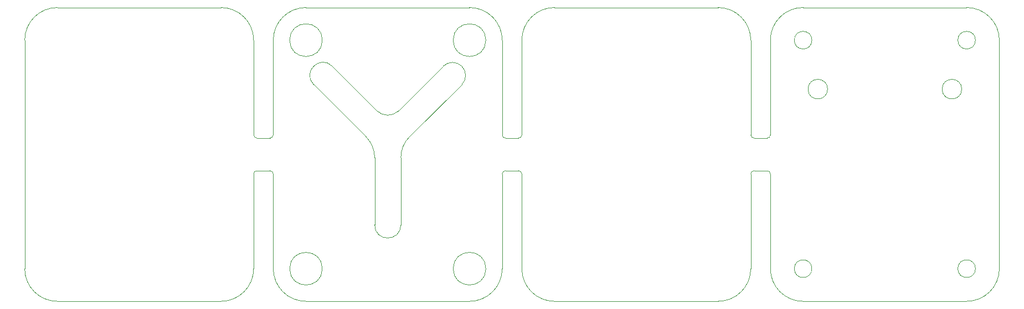
<source format=gm1>
%TF.GenerationSoftware,KiCad,Pcbnew,(6.0.4-0)*%
%TF.CreationDate,2022-05-06T03:23:39+03:00*%
%TF.ProjectId,Flux_Capacitor_Mini,466c7578-5f43-4617-9061-6369746f725f,4*%
%TF.SameCoordinates,PX55d4a80PY7270e00*%
%TF.FileFunction,Profile,NP*%
%FSLAX46Y46*%
G04 Gerber Fmt 4.6, Leading zero omitted, Abs format (unit mm)*
G04 Created by KiCad (PCBNEW (6.0.4-0)) date 2022-05-06 03:23:39*
%MOMM*%
%LPD*%
G01*
G04 APERTURE LIST*
%TA.AperFunction,Profile*%
%ADD10C,0.100000*%
%TD*%
G04 APERTURE END LIST*
D10*
X52174472Y25199469D02*
X44185786Y33185786D01*
X120350000Y40000000D02*
G75*
G03*
X120350000Y40000000I-1350000J0D01*
G01*
X38000000Y5000000D02*
G75*
G03*
X43000000Y0I5000000J0D01*
G01*
X114000000Y25500000D02*
X114000000Y40000000D01*
X0Y5000000D02*
G75*
G03*
X5000000Y0I5000000J0D01*
G01*
X111000000Y40000000D02*
G75*
G03*
X106000000Y45000000I-5000000J0D01*
G01*
X58825527Y25199470D02*
G75*
G03*
X57500000Y22010000I3174473J-3189470D01*
G01*
X81000000Y45000000D02*
X106000000Y45000000D01*
X35000000Y25500000D02*
X35000000Y40000000D01*
X70500000Y5000000D02*
G75*
G03*
X70500000Y5000000I-2500000J0D01*
G01*
X53499998Y22010000D02*
G75*
G03*
X52174472Y25199469I-4499998J0D01*
G01*
X45500000Y40000000D02*
G75*
G03*
X45500000Y40000000I-2500000J0D01*
G01*
X66814214Y33185786D02*
G75*
G03*
X63985786Y36014214I-1414214J1414214D01*
G01*
X120350000Y5000000D02*
G75*
G03*
X120350000Y5000000I-1350000J0D01*
G01*
X47014214Y36014214D02*
G75*
G03*
X44185786Y33185786I-1414214J-1414214D01*
G01*
X114000000Y5000000D02*
G75*
G03*
X119000000Y0I5000000J0D01*
G01*
X70500000Y40000000D02*
G75*
G03*
X70500000Y40000000I-2500000J0D01*
G01*
X119000000Y45000000D02*
X144000000Y45000000D01*
X53875001Y29150001D02*
X47014214Y36014214D01*
X81000000Y0D02*
X106000000Y0D01*
X5000000Y0D02*
X30000000Y0D01*
X76000000Y5000000D02*
G75*
G03*
X81000000Y0I5000000J0D01*
G01*
X122750000Y32500000D02*
G75*
G03*
X122750000Y32500000I-1500000J0D01*
G01*
X5000000Y45000000D02*
G75*
G03*
X0Y40000000I0J-5000000D01*
G01*
X30000000Y0D02*
G75*
G03*
X35000000Y5000000I0J5000000D01*
G01*
X73000000Y40000000D02*
G75*
G03*
X68000000Y45000000I-5000000J0D01*
G01*
X43000000Y0D02*
X68000000Y0D01*
X111000000Y19500000D02*
X111000000Y5000000D01*
X68000000Y0D02*
G75*
G03*
X73000000Y5000000I0J5000000D01*
G01*
X35000000Y19500000D02*
X35000000Y5000000D01*
X5000000Y45000000D02*
X30000000Y45000000D01*
X106000000Y0D02*
G75*
G03*
X111000000Y5000000I0J5000000D01*
G01*
X58825527Y25199470D02*
X66814214Y33185786D01*
X0Y40000000D02*
X0Y5000000D01*
X43000000Y45000000D02*
G75*
G03*
X38000000Y40000000I0J-5000000D01*
G01*
X143250000Y32500000D02*
G75*
G03*
X143250000Y32500000I-1500000J0D01*
G01*
X53499999Y22010000D02*
X53500000Y11700000D01*
X149000000Y40000000D02*
G75*
G03*
X144000000Y45000000I-5000000J0D01*
G01*
X114000000Y19500000D02*
X114000000Y5000000D01*
X45500000Y5000000D02*
G75*
G03*
X45500000Y5000000I-2500000J0D01*
G01*
X73000000Y19500000D02*
X73000000Y5000000D01*
X57124999Y29150001D02*
X63985786Y36014214D01*
X145350000Y5000000D02*
G75*
G03*
X145350000Y5000000I-1350000J0D01*
G01*
X57500000Y22010000D02*
X57500000Y11700000D01*
X119000000Y0D02*
X144000000Y0D01*
X111000000Y25500000D02*
X111000000Y40000000D01*
X81000000Y45000000D02*
G75*
G03*
X76000000Y40000000I0J-5000000D01*
G01*
X53875001Y29150001D02*
G75*
G03*
X57124999Y29150001I1624999J1725001D01*
G01*
X38000000Y25500000D02*
X38000000Y40000000D01*
X76000000Y25500000D02*
X76000000Y40000000D01*
X119000000Y45000000D02*
G75*
G03*
X114000000Y40000000I0J-5000000D01*
G01*
X43000000Y45000000D02*
X68000000Y45000000D01*
X35000000Y40000000D02*
G75*
G03*
X30000000Y45000000I-5000000J0D01*
G01*
X53500000Y11700000D02*
G75*
G03*
X57500000Y11700000I2000000J0D01*
G01*
X149000000Y5000000D02*
X149000000Y40000000D01*
X144000000Y0D02*
G75*
G03*
X149000000Y5000000I0J5000000D01*
G01*
X73000000Y25500000D02*
X73000000Y40000000D01*
X38000000Y19500000D02*
X38000000Y5000000D01*
X145350000Y40000000D02*
G75*
G03*
X145350000Y40000000I-1350000J0D01*
G01*
X76000000Y19500000D02*
X76000000Y5000000D01*
X35500000Y25000000D02*
X37500000Y25000000D01*
X35500000Y20000000D02*
X37500000Y20000000D01*
X35000000Y25500000D02*
G75*
G03*
X35500000Y25000000I500001J1D01*
G01*
X35500000Y20000000D02*
G75*
G03*
X35000000Y19500000I1J-500001D01*
G01*
X38000000Y19500000D02*
G75*
G03*
X37500000Y20000000I-500000J0D01*
G01*
X37500000Y25000000D02*
G75*
G03*
X38000000Y25500000I0J500000D01*
G01*
X111500000Y20000000D02*
X113500000Y20000000D01*
X111500000Y25000000D02*
X113500000Y25000000D01*
X111500000Y20000000D02*
G75*
G03*
X111000000Y19500000I1J-500001D01*
G01*
X113500000Y25000000D02*
G75*
G03*
X114000000Y25500000I0J500000D01*
G01*
X111000000Y25500000D02*
G75*
G03*
X111500000Y25000000I500001J1D01*
G01*
X114000000Y19500000D02*
G75*
G03*
X113500000Y20000000I-500000J0D01*
G01*
X73500000Y25000000D02*
X75500000Y25000000D01*
X73500000Y20000000D02*
X75500000Y20000000D01*
X75500000Y25000000D02*
G75*
G03*
X76000000Y25500000I0J500000D01*
G01*
X76000000Y19500000D02*
G75*
G03*
X75500000Y20000000I-500000J0D01*
G01*
X73500000Y20000000D02*
G75*
G03*
X73000000Y19500000I1J-500001D01*
G01*
X73000000Y25500000D02*
G75*
G03*
X73500000Y25000000I500001J1D01*
G01*
M02*

</source>
